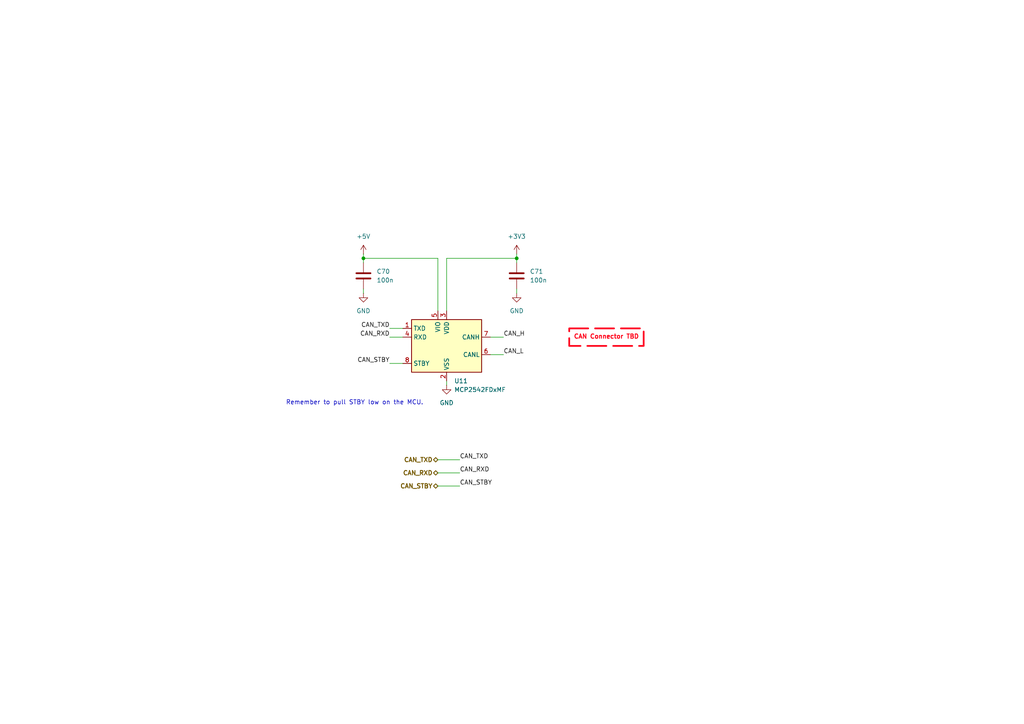
<source format=kicad_sch>
(kicad_sch (version 20231120) (generator "eeschema") (generator_version "8.0")
  (paper "A4")
  (title_block (title "HyperDrive Motor Controller") (date "2024-05-16") (rev "Mk. 1") (company "University of Alberta EcoCar Team"))
  (lib_symbols
    (symbol "Device:C" (pin_numbers hide) (pin_names (offset 0.254))
      (property "Reference" "C" (at 0.635 2.54 0))
      (property "Value" "C" (at 0.635 -2.54 0))
      (symbol "C_0_1"
        (polyline (pts (xy -2.032 -0.762) (xy 2.032 -0.762)) (stroke (width 0.508)))
        (polyline (pts (xy -2.032 0.762) (xy 2.032 0.762)) (stroke (width 0.508)))
      )
      (symbol "C_1_1"
        (pin passive line (at 0 3.81 270) (length 2.794) (name "~") (number "1"))
        (pin passive line (at 0 -3.81 90) (length 2.794) (name "~") (number "2"))
      )
    )
    (symbol "Interface_CAN_LIN:MCP2542FDxMF"
      (property "Reference" "U" (at -10.16 8.89 0))
      (property "Value" "MCP2542FDxMF" (at 2.54 8.89 0))
      (symbol "MCP2542FDxMF_0_1"
        (rectangle (start -10.16 7.62) (end 10.16 -7.62) (stroke (width 0.254)) (fill (type background)))
      )
      (symbol "MCP2542FDxMF_1_1"
        (pin input line (at -12.7 5.08 0) (length 2.54) (name "TXD") (number "1"))
        (pin power_in line (at 0 -10.16 90) (length 2.54) (name "VSS") (number "2"))
        (pin power_in line (at 0 10.16 270) (length 2.54) (name "VDD") (number "3"))
        (pin output line (at -12.7 2.54 0) (length 2.54) (name "RXD") (number "4"))
        (pin power_in line (at -2.54 10.16 270) (length 2.54) (name "VIO") (number "5"))
        (pin bidirectional line (at 12.7 -2.54 180) (length 2.54) (name "CANL") (number "6"))
        (pin bidirectional line (at 12.7 2.54 180) (length 2.54) (name "CANH") (number "7"))
        (pin input line (at -12.7 -5.08 0) (length 2.54) (name "STBY") (number "8"))
        (pin passive line (at 0 -10.16 90) (length 2.54) hide (name "VSS") (number "9"))
      )
    )
    (symbol "power:+3V3" (power) (pin_numbers hide) (pin_names (offset 0) hide)
      (property "Value" "+3V3" (at 0 3.556 0))
      (symbol "+3V3_0_1"
        (polyline (pts (xy -0.762 1.27) (xy 0 2.54)))
        (polyline (pts (xy 0 0) (xy 0 2.54)))
        (polyline (pts (xy 0 2.54) (xy 0.762 1.27)))
      )
      (symbol "+3V3_1_1"
        (pin power_in line (at 0 0 90) (length 0) (name "~") (number "1"))
      )
    )
    (symbol "power:+5V" (power) (pin_numbers hide) (pin_names (offset 0) hide)
      (property "Value" "+5V" (at 0 3.556 0))
      (symbol "+5V_0_1"
        (polyline (pts (xy -0.762 1.27) (xy 0 2.54)))
        (polyline (pts (xy 0 0) (xy 0 2.54)))
        (polyline (pts (xy 0 2.54) (xy 0.762 1.27)))
      )
      (symbol "+5V_1_1"
        (pin power_in line (at 0 0 90) (length 0) (name "~") (number "1"))
      )
    )
    (symbol "power:GND" (power) (pin_numbers hide) (pin_names (offset 0) hide)
      (property "Value" "GND" (at 0 -3.81 0))
      (symbol "GND_0_1"
        (polyline (pts (xy 0 0) (xy 0 -1.27) (xy 1.27 -1.27) (xy 0 -2.54) (xy -1.27 -1.27) (xy 0 -1.27)))
      )
      (symbol "GND_1_1"
        (pin power_in line (at 0 0 270) (length 0) (name "~") (number "1"))
      )
    )
  )
  (junction (at 105.41 74.93))
  (junction (at 149.86 74.93))
  (wire (pts (xy 129.54 90.17) (xy 129.54 74.93)))
  (wire (pts (xy 149.86 76.2) (xy 149.86 74.93)))
  (wire (pts (xy 133.35 140.97) (xy 127 140.97)))
  (wire (pts (xy 149.86 73.66) (xy 149.86 74.93)))
  (wire (pts (xy 129.54 110.49) (xy 129.54 111.76)))
  (wire (pts (xy 113.03 97.79) (xy 116.84 97.79)))
  (wire (pts (xy 113.03 95.25) (xy 116.84 95.25)))
  (wire (pts (xy 133.35 133.35) (xy 127 133.35)))
  (wire (pts (xy 105.41 74.93) (xy 105.41 76.2)))
  (wire (pts (xy 105.41 73.66) (xy 105.41 74.93)))
  (wire (pts (xy 142.24 97.79) (xy 146.05 97.79)))
  (wire (pts (xy 142.24 102.87) (xy 146.05 102.87)))
  (wire (pts (xy 133.35 137.16) (xy 127 137.16)))
  (wire (pts (xy 105.41 74.93) (xy 127 74.93)))
  (wire (pts (xy 113.03 105.41) (xy 116.84 105.41)))
  (wire (pts (xy 127 74.93) (xy 127 90.17)))
  (wire (pts (xy 129.54 74.93) (xy 149.86 74.93)))
  (wire (pts (xy 105.41 83.82) (xy 105.41 85.09)))
  (wire (pts (xy 149.86 83.82) (xy 149.86 85.09)))
  (rectangle (start 165.1 95.25) (end 186.69 100.33) (stroke (width 0.5) (type dash) (color 255 0 22 1)))
  (text "CAN Connector TBD" (at 166.37 97.79 0) (effects (font (size 1.27 1.27) (thickness 0.254) (bold yes)) (justify left)))
  (text "Remember to pull STBY low on the MCU." (at 102.87 116.84 0) (effects (font (size 1.27 1.27))))
  (label "CAN_RXD" (at 133.35 137.16 0))
  (label "CAN_STBY" (at 113.03 105.41 180))
  (label "CAN_STBY" (at 133.35 140.97 0))
  (label "CAN_RXD" (at 113.03 97.79 180))
  (label "CAN_H" (at 146.05 97.79 0))
  (label "CAN_L" (at 146.05 102.87 0))
  (label "CAN_TXD" (at 113.03 95.25 180))
  (label "CAN_TXD" (at 133.35 133.35 0))
  (hierarchical_label "CAN_TXD" (shape bidirectional) (at 127 133.35 180) (effects (font (bold yes))))
  (hierarchical_label "CAN_STBY" (shape bidirectional) (at 127 140.97 180) (effects (font (bold yes))))
  (hierarchical_label "CAN_RXD" (shape bidirectional) (at 127 137.16 180) (effects (font (bold yes))))
  (symbol (lib_id "power:GND") (at 105.41 85.09 0) (unit 1)
    (property "Reference" "#PWR0100" (effects (hide yes)))
    (property "Value" "GND" (at 105.41 90.17 0))
    (property "Description" "Power symbol creates a global label with name \"GND\" , ground" (effects (hide yes)))
  )
  (symbol (lib_id "power:+5V") (at 105.41 73.66 0) (unit 1)
    (property "Reference" "#PWR099" (effects (hide yes)))
    (property "Value" "+5V" (at 105.41 68.58 0))
    (property "Description" "Power symbol creates a global label with name \"+5V\"" (effects (hide yes)))
  )
  (symbol (lib_id "Device:C") (at 105.41 80.01 0) (unit 1)
    (property "Reference" "C70" (at 109.22 78.7399 0) (effects (justify left)))
    (property "Value" "100n" (at 109.22 81.2799 0) (effects (justify left)))
    (property "Description" "Unpolarized capacitor" (effects (hide yes)))
  )
  (symbol (lib_id "power:GND") (at 149.86 85.09 0) (unit 1)
    (property "Reference" "#PWR0103" (effects (hide yes)))
    (property "Value" "GND" (at 149.86 90.17 0))
    (property "Description" "Power symbol creates a global label with name \"GND\" , ground" (effects (hide yes)))
  )
  (symbol (lib_id "power:GND") (at 129.54 111.76 0) (unit 1)
    (property "Reference" "#PWR0101" (effects (hide yes)))
    (property "Value" "GND" (at 129.54 116.84 0))
    (property "Description" "Power symbol creates a global label with name \"GND\" , ground" (effects (hide yes)))
  )
  (symbol (lib_id "power:+3V3") (at 149.86 73.66 0) (unit 1)
    (property "Reference" "#PWR0102" (effects (hide yes)))
    (property "Value" "+3V3" (at 149.86 68.58 0))
    (property "Description" "Power symbol creates a global label with name \"+3V3\"" (effects (hide yes)))
  )
  (symbol (lib_id "Interface_CAN_LIN:MCP2542FDxMF") (at 129.54 100.33 0) (unit 1)
    (property "Reference" "U11" (at 131.7341 110.49 0) (effects (justify left)))
    (property "Value" "MCP2542FDxMF" (at 131.7341 113.03 0) (effects (justify left)))
    (property "Footprint" "Package_DFN_QFN:DFN-8-1EP_3x3mm_P0.65mm_EP1.55x2.4mm" (effects (hide yes)))
    (property "Datasheet" "http://ww1.microchip.com/downloads/en/DeviceDoc/MCP2542FD-4FD-MCP2542WFD-4WFD-Data-Sheet20005514B.pdf" (effects (hide yes)))
    (property "Description" "CAN-FD Transceiver, Wake-Up on CAN activity, 8Mbps, 5V supply, STBY pin, 3x3 DFN-8" (effects (hide yes)))
  )
  (symbol (lib_id "Device:C") (at 149.86 80.01 0) (unit 1)
    (property "Reference" "C71" (at 153.67 78.7399 0) (effects (justify left)))
    (property "Value" "100n" (at 153.67 81.2799 0) (effects (justify left)))
    (property "Description" "Unpolarized capacitor" (effects (hide yes)))
  )
)
</source>
